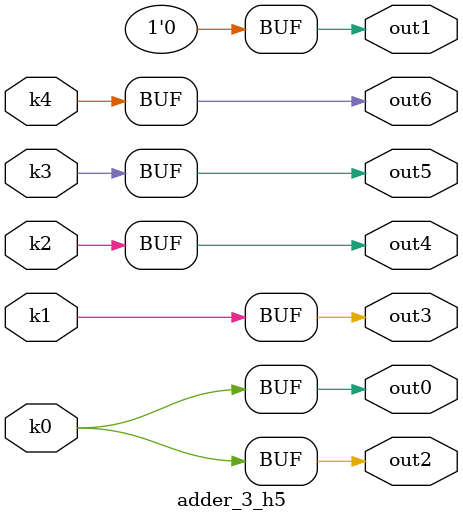
<source format=v>
module adder_3(pi00, pi01, pi02, pi03, pi04, pi05, pi06, pi07, pi08, pi09, pi10, pi11, po0, po1, po2, po3, po4, po5, po6);
input pi00, pi01, pi02, pi03, pi04, pi05, pi06, pi07, pi08, pi09, pi10, pi11;
output po0, po1, po2, po3, po4, po5, po6;
wire k0, k1, k2, k3, k4;
adder_3_w5 DUT1 (pi00, pi01, pi02, pi03, pi04, pi05, pi06, pi07, pi08, pi09, pi10, pi11, k0, k1, k2, k3, k4);
adder_3_h5 DUT2 (k0, k1, k2, k3, k4, po0, po1, po2, po3, po4, po5, po6);
endmodule

module adder_3_w5(in11, in10, in9, in8, in7, in6, in5, in4, in3, in2, in1, in0, k4, k3, k2, k1, k0);
input in11, in10, in9, in8, in7, in6, in5, in4, in3, in2, in1, in0;
output k4, k3, k2, k1, k0;
assign k0 =   ((~in7 ^ in2) & (((~in8 | ~in3) & (((~in9 | ~in4) & (((~in10 | ~in5) & ((~in11 & (in1 | ~in6)) | (~in0 & ~in6))) | (~in10 & ~in5))) | (~in9 & ~in4))) | (~in8 & ~in3))) | ((in7 ^ in2) & ((in8 & in3) | ((in8 | in3) & ((in9 & in4) | ((in9 | in4) & ((in10 & in5) | ((in10 | in5) & ((~in1 & in6) | (in11 & (in0 | in6))))))))));
assign k1 =   ((~in8 ^ in3) & (((~in9 | ~in4) & (((~in10 | ~in5) & ((~in11 & (in1 | ~in6)) | (~in0 & ~in6))) | (~in10 & ~in5))) | (~in9 & ~in4))) | ((in8 ^ in3) & ((in9 & in4) | ((in9 | in4) & ((in10 & in5) | ((in10 | in5) & ((~in1 & in6) | (in11 & (in0 | in6))))))));
assign k2 =   ((~in9 ^ in4) & (((~in10 | ~in5) & ((~in11 & (in1 | ~in6)) | (~in0 & ~in6))) | (~in10 & ~in5))) | ((in9 ^ in4) & ((in10 & in5) | ((in10 | in5) & ((~in1 & in6) | (in11 & (in0 | in6))))));
assign k3 =   ((~in10 ^ in5) & ((~in11 & (in1 | ~in6)) | (~in0 & ~in6))) | ((in10 ^ in5) & ((~in1 & in6) | (in11 & (in0 | in6))));
assign k4 =   in11 ? (in6 ? in1 : in0) : (in6 ? ~in1 : ~in0);
endmodule

module adder_3_h5(k4, k3, k2, k1, k0, out6, out5, out4, out3, out2, out1, out0);
input k4, k3, k2, k1, k0;
output out6, out5, out4, out3, out2, out1, out0;
assign out0 = k0;
assign out1 = 0;
assign out2 = k0;
assign out3 = k1;
assign out4 = k2;
assign out5 = k3;
assign out6 = k4;
endmodule

</source>
